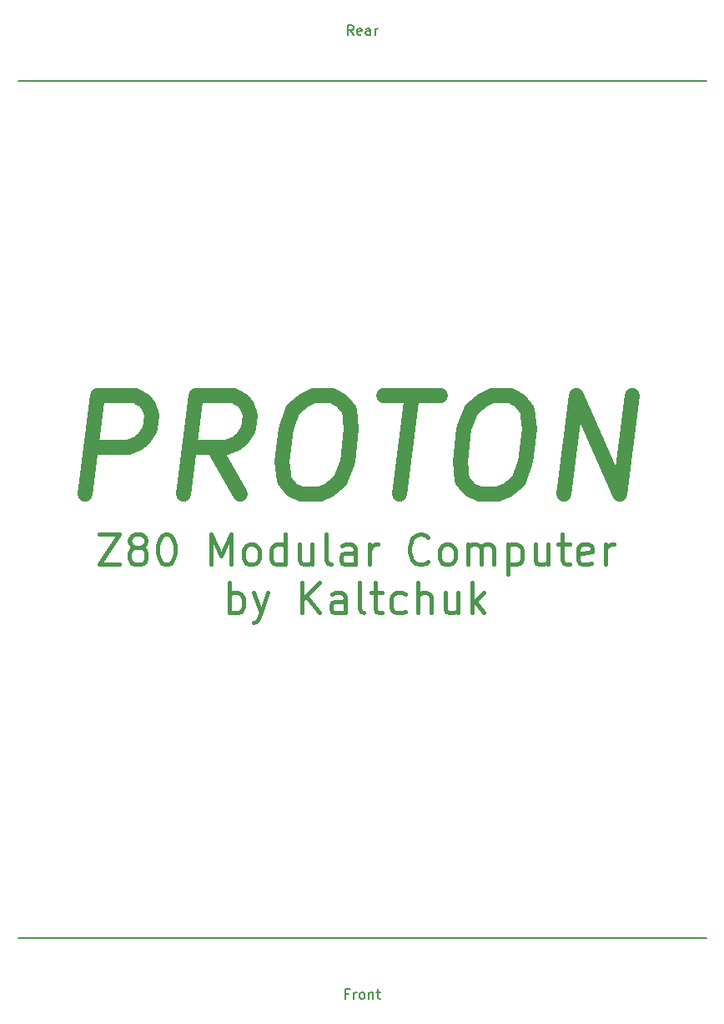
<source format=gbr>
%TF.GenerationSoftware,KiCad,Pcbnew,(6.0.4)*%
%TF.CreationDate,2022-06-04T07:14:15+03:00*%
%TF.ProjectId,TopBottomLateral,546f7042-6f74-4746-9f6d-4c6174657261,rev?*%
%TF.SameCoordinates,Original*%
%TF.FileFunction,Legend,Top*%
%TF.FilePolarity,Positive*%
%FSLAX46Y46*%
G04 Gerber Fmt 4.6, Leading zero omitted, Abs format (unit mm)*
G04 Created by KiCad (PCBNEW (6.0.4)) date 2022-06-04 07:14:15*
%MOMM*%
%LPD*%
G01*
G04 APERTURE LIST*
%ADD10C,0.150000*%
%ADD11C,0.457200*%
%ADD12C,1.500000*%
G04 APERTURE END LIST*
D10*
X128270000Y-133985000D02*
X58420000Y-133985000D01*
X128270000Y-46990000D02*
X58420000Y-46990000D01*
D11*
X66656857Y-93032217D02*
X68688857Y-93032217D01*
X66656857Y-96080217D01*
X68688857Y-96080217D01*
X70285428Y-94338502D02*
X69995142Y-94193360D01*
X69850000Y-94048217D01*
X69704857Y-93757931D01*
X69704857Y-93612788D01*
X69850000Y-93322502D01*
X69995142Y-93177360D01*
X70285428Y-93032217D01*
X70866000Y-93032217D01*
X71156285Y-93177360D01*
X71301428Y-93322502D01*
X71446571Y-93612788D01*
X71446571Y-93757931D01*
X71301428Y-94048217D01*
X71156285Y-94193360D01*
X70866000Y-94338502D01*
X70285428Y-94338502D01*
X69995142Y-94483645D01*
X69850000Y-94628788D01*
X69704857Y-94919074D01*
X69704857Y-95499645D01*
X69850000Y-95789931D01*
X69995142Y-95935074D01*
X70285428Y-96080217D01*
X70866000Y-96080217D01*
X71156285Y-95935074D01*
X71301428Y-95789931D01*
X71446571Y-95499645D01*
X71446571Y-94919074D01*
X71301428Y-94628788D01*
X71156285Y-94483645D01*
X70866000Y-94338502D01*
X73333428Y-93032217D02*
X73623714Y-93032217D01*
X73914000Y-93177360D01*
X74059142Y-93322502D01*
X74204285Y-93612788D01*
X74349428Y-94193360D01*
X74349428Y-94919074D01*
X74204285Y-95499645D01*
X74059142Y-95789931D01*
X73914000Y-95935074D01*
X73623714Y-96080217D01*
X73333428Y-96080217D01*
X73043142Y-95935074D01*
X72898000Y-95789931D01*
X72752857Y-95499645D01*
X72607714Y-94919074D01*
X72607714Y-94193360D01*
X72752857Y-93612788D01*
X72898000Y-93322502D01*
X73043142Y-93177360D01*
X73333428Y-93032217D01*
X77978000Y-96080217D02*
X77978000Y-93032217D01*
X78994000Y-95209360D01*
X80010000Y-93032217D01*
X80010000Y-96080217D01*
X81896857Y-96080217D02*
X81606571Y-95935074D01*
X81461428Y-95789931D01*
X81316285Y-95499645D01*
X81316285Y-94628788D01*
X81461428Y-94338502D01*
X81606571Y-94193360D01*
X81896857Y-94048217D01*
X82332285Y-94048217D01*
X82622571Y-94193360D01*
X82767714Y-94338502D01*
X82912857Y-94628788D01*
X82912857Y-95499645D01*
X82767714Y-95789931D01*
X82622571Y-95935074D01*
X82332285Y-96080217D01*
X81896857Y-96080217D01*
X85525428Y-96080217D02*
X85525428Y-93032217D01*
X85525428Y-95935074D02*
X85235142Y-96080217D01*
X84654571Y-96080217D01*
X84364285Y-95935074D01*
X84219142Y-95789931D01*
X84074000Y-95499645D01*
X84074000Y-94628788D01*
X84219142Y-94338502D01*
X84364285Y-94193360D01*
X84654571Y-94048217D01*
X85235142Y-94048217D01*
X85525428Y-94193360D01*
X88283142Y-94048217D02*
X88283142Y-96080217D01*
X86976857Y-94048217D02*
X86976857Y-95644788D01*
X87122000Y-95935074D01*
X87412285Y-96080217D01*
X87847714Y-96080217D01*
X88138000Y-95935074D01*
X88283142Y-95789931D01*
X90170000Y-96080217D02*
X89879714Y-95935074D01*
X89734571Y-95644788D01*
X89734571Y-93032217D01*
X92637428Y-96080217D02*
X92637428Y-94483645D01*
X92492285Y-94193360D01*
X92202000Y-94048217D01*
X91621428Y-94048217D01*
X91331142Y-94193360D01*
X92637428Y-95935074D02*
X92347142Y-96080217D01*
X91621428Y-96080217D01*
X91331142Y-95935074D01*
X91186000Y-95644788D01*
X91186000Y-95354502D01*
X91331142Y-95064217D01*
X91621428Y-94919074D01*
X92347142Y-94919074D01*
X92637428Y-94773931D01*
X94088857Y-96080217D02*
X94088857Y-94048217D01*
X94088857Y-94628788D02*
X94234000Y-94338502D01*
X94379142Y-94193360D01*
X94669428Y-94048217D01*
X94959714Y-94048217D01*
X100039714Y-95789931D02*
X99894571Y-95935074D01*
X99459142Y-96080217D01*
X99168857Y-96080217D01*
X98733428Y-95935074D01*
X98443142Y-95644788D01*
X98298000Y-95354502D01*
X98152857Y-94773931D01*
X98152857Y-94338502D01*
X98298000Y-93757931D01*
X98443142Y-93467645D01*
X98733428Y-93177360D01*
X99168857Y-93032217D01*
X99459142Y-93032217D01*
X99894571Y-93177360D01*
X100039714Y-93322502D01*
X101781428Y-96080217D02*
X101491142Y-95935074D01*
X101345999Y-95789931D01*
X101200857Y-95499645D01*
X101200857Y-94628788D01*
X101345999Y-94338502D01*
X101491142Y-94193360D01*
X101781428Y-94048217D01*
X102216857Y-94048217D01*
X102507142Y-94193360D01*
X102652285Y-94338502D01*
X102797428Y-94628788D01*
X102797428Y-95499645D01*
X102652285Y-95789931D01*
X102507142Y-95935074D01*
X102216857Y-96080217D01*
X101781428Y-96080217D01*
X104103714Y-96080217D02*
X104103714Y-94048217D01*
X104103714Y-94338502D02*
X104248857Y-94193360D01*
X104539142Y-94048217D01*
X104974571Y-94048217D01*
X105264857Y-94193360D01*
X105409999Y-94483645D01*
X105409999Y-96080217D01*
X105409999Y-94483645D02*
X105555142Y-94193360D01*
X105845428Y-94048217D01*
X106280857Y-94048217D01*
X106571142Y-94193360D01*
X106716285Y-94483645D01*
X106716285Y-96080217D01*
X108167714Y-94048217D02*
X108167714Y-97096217D01*
X108167714Y-94193360D02*
X108457999Y-94048217D01*
X109038571Y-94048217D01*
X109328857Y-94193360D01*
X109473999Y-94338502D01*
X109619142Y-94628788D01*
X109619142Y-95499645D01*
X109473999Y-95789931D01*
X109328857Y-95935074D01*
X109038571Y-96080217D01*
X108457999Y-96080217D01*
X108167714Y-95935074D01*
X112231714Y-94048217D02*
X112231714Y-96080217D01*
X110925428Y-94048217D02*
X110925428Y-95644788D01*
X111070571Y-95935074D01*
X111360857Y-96080217D01*
X111796285Y-96080217D01*
X112086571Y-95935074D01*
X112231714Y-95789931D01*
X113247714Y-94048217D02*
X114408857Y-94048217D01*
X113683142Y-93032217D02*
X113683142Y-95644788D01*
X113828285Y-95935074D01*
X114118571Y-96080217D01*
X114408857Y-96080217D01*
X116585999Y-95935074D02*
X116295714Y-96080217D01*
X115715142Y-96080217D01*
X115424857Y-95935074D01*
X115279714Y-95644788D01*
X115279714Y-94483645D01*
X115424857Y-94193360D01*
X115715142Y-94048217D01*
X116295714Y-94048217D01*
X116585999Y-94193360D01*
X116731142Y-94483645D01*
X116731142Y-94773931D01*
X115279714Y-95064217D01*
X118037428Y-96080217D02*
X118037428Y-94048217D01*
X118037428Y-94628788D02*
X118182571Y-94338502D01*
X118327714Y-94193360D01*
X118617999Y-94048217D01*
X118908285Y-94048217D01*
X79864857Y-100987497D02*
X79864857Y-97939497D01*
X79864857Y-99100640D02*
X80155142Y-98955497D01*
X80735714Y-98955497D01*
X81026000Y-99100640D01*
X81171142Y-99245782D01*
X81316285Y-99536068D01*
X81316285Y-100406925D01*
X81171142Y-100697211D01*
X81026000Y-100842354D01*
X80735714Y-100987497D01*
X80155142Y-100987497D01*
X79864857Y-100842354D01*
X82332285Y-98955497D02*
X83058000Y-100987497D01*
X83783714Y-98955497D02*
X83058000Y-100987497D01*
X82767714Y-101713211D01*
X82622571Y-101858354D01*
X82332285Y-102003497D01*
X87267142Y-100987497D02*
X87267142Y-97939497D01*
X89008857Y-100987497D02*
X87702571Y-99245782D01*
X89008857Y-97939497D02*
X87267142Y-99681211D01*
X91621428Y-100987497D02*
X91621428Y-99390925D01*
X91476285Y-99100640D01*
X91186000Y-98955497D01*
X90605428Y-98955497D01*
X90315142Y-99100640D01*
X91621428Y-100842354D02*
X91331142Y-100987497D01*
X90605428Y-100987497D01*
X90315142Y-100842354D01*
X90170000Y-100552068D01*
X90170000Y-100261782D01*
X90315142Y-99971497D01*
X90605428Y-99826354D01*
X91331142Y-99826354D01*
X91621428Y-99681211D01*
X93508285Y-100987497D02*
X93218000Y-100842354D01*
X93072857Y-100552068D01*
X93072857Y-97939497D01*
X94234000Y-98955497D02*
X95395142Y-98955497D01*
X94669428Y-97939497D02*
X94669428Y-100552068D01*
X94814571Y-100842354D01*
X95104857Y-100987497D01*
X95395142Y-100987497D01*
X97717428Y-100842354D02*
X97427142Y-100987497D01*
X96846571Y-100987497D01*
X96556285Y-100842354D01*
X96411142Y-100697211D01*
X96266000Y-100406925D01*
X96266000Y-99536068D01*
X96411142Y-99245782D01*
X96556285Y-99100640D01*
X96846571Y-98955497D01*
X97427142Y-98955497D01*
X97717428Y-99100640D01*
X99023714Y-100987497D02*
X99023714Y-97939497D01*
X100330000Y-100987497D02*
X100330000Y-99390925D01*
X100184857Y-99100640D01*
X99894571Y-98955497D01*
X99459142Y-98955497D01*
X99168857Y-99100640D01*
X99023714Y-99245782D01*
X103087714Y-98955497D02*
X103087714Y-100987497D01*
X101781428Y-98955497D02*
X101781428Y-100552068D01*
X101926571Y-100842354D01*
X102216857Y-100987497D01*
X102652285Y-100987497D01*
X102942571Y-100842354D01*
X103087714Y-100697211D01*
X104539142Y-100987497D02*
X104539142Y-97939497D01*
X104829428Y-99826354D02*
X105700285Y-100987497D01*
X105700285Y-98955497D02*
X104539142Y-100116640D01*
D10*
X91987857Y-139628571D02*
X91654523Y-139628571D01*
X91654523Y-140152380D02*
X91654523Y-139152380D01*
X92130714Y-139152380D01*
X92511666Y-140152380D02*
X92511666Y-139485714D01*
X92511666Y-139676190D02*
X92559285Y-139580952D01*
X92606904Y-139533333D01*
X92702142Y-139485714D01*
X92797380Y-139485714D01*
X93273571Y-140152380D02*
X93178333Y-140104761D01*
X93130714Y-140057142D01*
X93083095Y-139961904D01*
X93083095Y-139676190D01*
X93130714Y-139580952D01*
X93178333Y-139533333D01*
X93273571Y-139485714D01*
X93416428Y-139485714D01*
X93511666Y-139533333D01*
X93559285Y-139580952D01*
X93606904Y-139676190D01*
X93606904Y-139961904D01*
X93559285Y-140057142D01*
X93511666Y-140104761D01*
X93416428Y-140152380D01*
X93273571Y-140152380D01*
X94035476Y-139485714D02*
X94035476Y-140152380D01*
X94035476Y-139580952D02*
X94083095Y-139533333D01*
X94178333Y-139485714D01*
X94321190Y-139485714D01*
X94416428Y-139533333D01*
X94464047Y-139628571D01*
X94464047Y-140152380D01*
X94797380Y-139485714D02*
X95178333Y-139485714D01*
X94940238Y-139152380D02*
X94940238Y-140009523D01*
X94987857Y-140104761D01*
X95083095Y-140152380D01*
X95178333Y-140152380D01*
D12*
X65255416Y-88978809D02*
X66505416Y-78978809D01*
X70314940Y-78978809D01*
X71207797Y-79455000D01*
X71624464Y-79931190D01*
X71981607Y-80883571D01*
X71803035Y-82312142D01*
X71207797Y-83264523D01*
X70672083Y-83740714D01*
X69660178Y-84216904D01*
X65850654Y-84216904D01*
X80969702Y-88978809D02*
X78231607Y-84216904D01*
X75255416Y-88978809D02*
X76505416Y-78978809D01*
X80314940Y-78978809D01*
X81207797Y-79455000D01*
X81624464Y-79931190D01*
X81981607Y-80883571D01*
X81803035Y-82312142D01*
X81207797Y-83264523D01*
X80672083Y-83740714D01*
X79660178Y-84216904D01*
X75850654Y-84216904D01*
X88410178Y-78978809D02*
X90314940Y-78978809D01*
X91207797Y-79455000D01*
X92041130Y-80407380D01*
X92279226Y-82312142D01*
X91862559Y-85645476D01*
X91148273Y-87550238D01*
X90076845Y-88502619D01*
X89064940Y-88978809D01*
X87160178Y-88978809D01*
X86267321Y-88502619D01*
X85433988Y-87550238D01*
X85195892Y-85645476D01*
X85612559Y-82312142D01*
X86326845Y-80407380D01*
X87398273Y-79455000D01*
X88410178Y-78978809D01*
X95553035Y-78978809D02*
X101267321Y-78978809D01*
X97160178Y-88978809D02*
X98410178Y-78978809D01*
X106505416Y-78978809D02*
X108410178Y-78978809D01*
X109303035Y-79455000D01*
X110136369Y-80407380D01*
X110374464Y-82312142D01*
X109957797Y-85645476D01*
X109243511Y-87550238D01*
X108172083Y-88502619D01*
X107160178Y-88978809D01*
X105255416Y-88978809D01*
X104362559Y-88502619D01*
X103529226Y-87550238D01*
X103291130Y-85645476D01*
X103707797Y-82312142D01*
X104422083Y-80407380D01*
X105493511Y-79455000D01*
X106505416Y-78978809D01*
X113826845Y-88978809D02*
X115076845Y-78978809D01*
X119541130Y-88978809D01*
X120791130Y-78978809D01*
D10*
X92464047Y-42362380D02*
X92130714Y-41886190D01*
X91892619Y-42362380D02*
X91892619Y-41362380D01*
X92273571Y-41362380D01*
X92368809Y-41410000D01*
X92416428Y-41457619D01*
X92464047Y-41552857D01*
X92464047Y-41695714D01*
X92416428Y-41790952D01*
X92368809Y-41838571D01*
X92273571Y-41886190D01*
X91892619Y-41886190D01*
X93273571Y-42314761D02*
X93178333Y-42362380D01*
X92987857Y-42362380D01*
X92892619Y-42314761D01*
X92845000Y-42219523D01*
X92845000Y-41838571D01*
X92892619Y-41743333D01*
X92987857Y-41695714D01*
X93178333Y-41695714D01*
X93273571Y-41743333D01*
X93321190Y-41838571D01*
X93321190Y-41933809D01*
X92845000Y-42029047D01*
X94178333Y-42362380D02*
X94178333Y-41838571D01*
X94130714Y-41743333D01*
X94035476Y-41695714D01*
X93845000Y-41695714D01*
X93749761Y-41743333D01*
X94178333Y-42314761D02*
X94083095Y-42362380D01*
X93845000Y-42362380D01*
X93749761Y-42314761D01*
X93702142Y-42219523D01*
X93702142Y-42124285D01*
X93749761Y-42029047D01*
X93845000Y-41981428D01*
X94083095Y-41981428D01*
X94178333Y-41933809D01*
X94654523Y-42362380D02*
X94654523Y-41695714D01*
X94654523Y-41886190D02*
X94702142Y-41790952D01*
X94749761Y-41743333D01*
X94845000Y-41695714D01*
X94940238Y-41695714D01*
M02*

</source>
